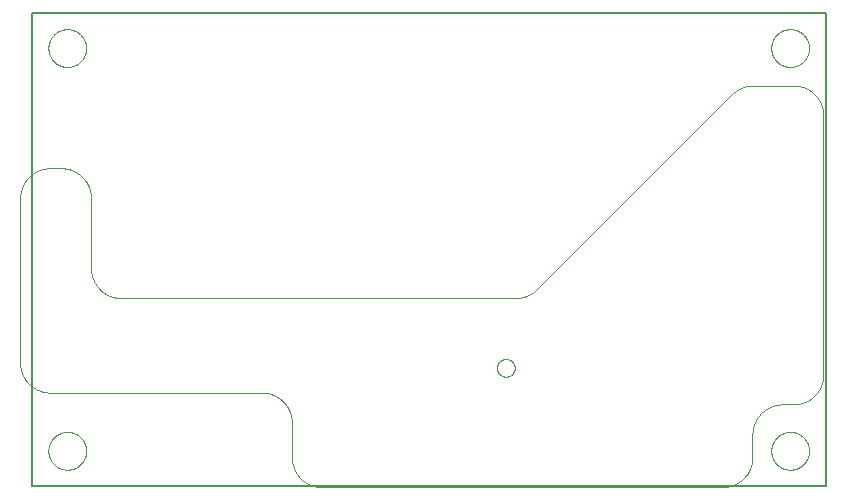
<source format=gbo>
G75*
%MOIN*%
%OFA0B0*%
%FSLAX25Y25*%
%IPPOS*%
%LPD*%
%AMOC8*
5,1,8,0,0,1.08239X$1,22.5*
%
%ADD10C,0.00000*%
%ADD11C,0.00500*%
D10*
X0010410Y0013087D02*
X0010412Y0013245D01*
X0010418Y0013403D01*
X0010428Y0013561D01*
X0010442Y0013719D01*
X0010460Y0013876D01*
X0010481Y0014033D01*
X0010507Y0014189D01*
X0010537Y0014345D01*
X0010570Y0014500D01*
X0010608Y0014653D01*
X0010649Y0014806D01*
X0010694Y0014958D01*
X0010743Y0015109D01*
X0010796Y0015258D01*
X0010852Y0015406D01*
X0010912Y0015552D01*
X0010976Y0015697D01*
X0011044Y0015840D01*
X0011115Y0015982D01*
X0011189Y0016122D01*
X0011267Y0016259D01*
X0011349Y0016395D01*
X0011433Y0016529D01*
X0011522Y0016660D01*
X0011613Y0016789D01*
X0011708Y0016916D01*
X0011805Y0017041D01*
X0011906Y0017163D01*
X0012010Y0017282D01*
X0012117Y0017399D01*
X0012227Y0017513D01*
X0012340Y0017624D01*
X0012455Y0017733D01*
X0012573Y0017838D01*
X0012694Y0017940D01*
X0012817Y0018040D01*
X0012943Y0018136D01*
X0013071Y0018229D01*
X0013201Y0018319D01*
X0013334Y0018405D01*
X0013469Y0018489D01*
X0013605Y0018568D01*
X0013744Y0018645D01*
X0013885Y0018717D01*
X0014027Y0018787D01*
X0014171Y0018852D01*
X0014317Y0018914D01*
X0014464Y0018972D01*
X0014613Y0019027D01*
X0014763Y0019078D01*
X0014914Y0019125D01*
X0015066Y0019168D01*
X0015219Y0019207D01*
X0015374Y0019243D01*
X0015529Y0019274D01*
X0015685Y0019302D01*
X0015841Y0019326D01*
X0015998Y0019346D01*
X0016156Y0019362D01*
X0016313Y0019374D01*
X0016472Y0019382D01*
X0016630Y0019386D01*
X0016788Y0019386D01*
X0016946Y0019382D01*
X0017105Y0019374D01*
X0017262Y0019362D01*
X0017420Y0019346D01*
X0017577Y0019326D01*
X0017733Y0019302D01*
X0017889Y0019274D01*
X0018044Y0019243D01*
X0018199Y0019207D01*
X0018352Y0019168D01*
X0018504Y0019125D01*
X0018655Y0019078D01*
X0018805Y0019027D01*
X0018954Y0018972D01*
X0019101Y0018914D01*
X0019247Y0018852D01*
X0019391Y0018787D01*
X0019533Y0018717D01*
X0019674Y0018645D01*
X0019813Y0018568D01*
X0019949Y0018489D01*
X0020084Y0018405D01*
X0020217Y0018319D01*
X0020347Y0018229D01*
X0020475Y0018136D01*
X0020601Y0018040D01*
X0020724Y0017940D01*
X0020845Y0017838D01*
X0020963Y0017733D01*
X0021078Y0017624D01*
X0021191Y0017513D01*
X0021301Y0017399D01*
X0021408Y0017282D01*
X0021512Y0017163D01*
X0021613Y0017041D01*
X0021710Y0016916D01*
X0021805Y0016789D01*
X0021896Y0016660D01*
X0021985Y0016529D01*
X0022069Y0016395D01*
X0022151Y0016259D01*
X0022229Y0016122D01*
X0022303Y0015982D01*
X0022374Y0015840D01*
X0022442Y0015697D01*
X0022506Y0015552D01*
X0022566Y0015406D01*
X0022622Y0015258D01*
X0022675Y0015109D01*
X0022724Y0014958D01*
X0022769Y0014806D01*
X0022810Y0014653D01*
X0022848Y0014500D01*
X0022881Y0014345D01*
X0022911Y0014189D01*
X0022937Y0014033D01*
X0022958Y0013876D01*
X0022976Y0013719D01*
X0022990Y0013561D01*
X0023000Y0013403D01*
X0023006Y0013245D01*
X0023008Y0013087D01*
X0023006Y0012929D01*
X0023000Y0012771D01*
X0022990Y0012613D01*
X0022976Y0012455D01*
X0022958Y0012298D01*
X0022937Y0012141D01*
X0022911Y0011985D01*
X0022881Y0011829D01*
X0022848Y0011674D01*
X0022810Y0011521D01*
X0022769Y0011368D01*
X0022724Y0011216D01*
X0022675Y0011065D01*
X0022622Y0010916D01*
X0022566Y0010768D01*
X0022506Y0010622D01*
X0022442Y0010477D01*
X0022374Y0010334D01*
X0022303Y0010192D01*
X0022229Y0010052D01*
X0022151Y0009915D01*
X0022069Y0009779D01*
X0021985Y0009645D01*
X0021896Y0009514D01*
X0021805Y0009385D01*
X0021710Y0009258D01*
X0021613Y0009133D01*
X0021512Y0009011D01*
X0021408Y0008892D01*
X0021301Y0008775D01*
X0021191Y0008661D01*
X0021078Y0008550D01*
X0020963Y0008441D01*
X0020845Y0008336D01*
X0020724Y0008234D01*
X0020601Y0008134D01*
X0020475Y0008038D01*
X0020347Y0007945D01*
X0020217Y0007855D01*
X0020084Y0007769D01*
X0019949Y0007685D01*
X0019813Y0007606D01*
X0019674Y0007529D01*
X0019533Y0007457D01*
X0019391Y0007387D01*
X0019247Y0007322D01*
X0019101Y0007260D01*
X0018954Y0007202D01*
X0018805Y0007147D01*
X0018655Y0007096D01*
X0018504Y0007049D01*
X0018352Y0007006D01*
X0018199Y0006967D01*
X0018044Y0006931D01*
X0017889Y0006900D01*
X0017733Y0006872D01*
X0017577Y0006848D01*
X0017420Y0006828D01*
X0017262Y0006812D01*
X0017105Y0006800D01*
X0016946Y0006792D01*
X0016788Y0006788D01*
X0016630Y0006788D01*
X0016472Y0006792D01*
X0016313Y0006800D01*
X0016156Y0006812D01*
X0015998Y0006828D01*
X0015841Y0006848D01*
X0015685Y0006872D01*
X0015529Y0006900D01*
X0015374Y0006931D01*
X0015219Y0006967D01*
X0015066Y0007006D01*
X0014914Y0007049D01*
X0014763Y0007096D01*
X0014613Y0007147D01*
X0014464Y0007202D01*
X0014317Y0007260D01*
X0014171Y0007322D01*
X0014027Y0007387D01*
X0013885Y0007457D01*
X0013744Y0007529D01*
X0013605Y0007606D01*
X0013469Y0007685D01*
X0013334Y0007769D01*
X0013201Y0007855D01*
X0013071Y0007945D01*
X0012943Y0008038D01*
X0012817Y0008134D01*
X0012694Y0008234D01*
X0012573Y0008336D01*
X0012455Y0008441D01*
X0012340Y0008550D01*
X0012227Y0008661D01*
X0012117Y0008775D01*
X0012010Y0008892D01*
X0011906Y0009011D01*
X0011805Y0009133D01*
X0011708Y0009258D01*
X0011613Y0009385D01*
X0011522Y0009514D01*
X0011433Y0009645D01*
X0011349Y0009779D01*
X0011267Y0009915D01*
X0011189Y0010052D01*
X0011115Y0010192D01*
X0011044Y0010334D01*
X0010976Y0010477D01*
X0010912Y0010622D01*
X0010852Y0010768D01*
X0010796Y0010916D01*
X0010743Y0011065D01*
X0010694Y0011216D01*
X0010649Y0011368D01*
X0010608Y0011521D01*
X0010570Y0011674D01*
X0010537Y0011829D01*
X0010507Y0011985D01*
X0010481Y0012141D01*
X0010460Y0012298D01*
X0010442Y0012455D01*
X0010428Y0012613D01*
X0010418Y0012771D01*
X0010412Y0012929D01*
X0010410Y0013087D01*
X0011000Y0032496D02*
X0081551Y0032496D01*
X0081793Y0032493D01*
X0082034Y0032484D01*
X0082275Y0032470D01*
X0082516Y0032449D01*
X0082756Y0032423D01*
X0082996Y0032391D01*
X0083235Y0032353D01*
X0083472Y0032310D01*
X0083709Y0032260D01*
X0083944Y0032205D01*
X0084178Y0032145D01*
X0084410Y0032078D01*
X0084641Y0032007D01*
X0084870Y0031929D01*
X0085097Y0031846D01*
X0085322Y0031758D01*
X0085545Y0031664D01*
X0085765Y0031565D01*
X0085983Y0031460D01*
X0086198Y0031351D01*
X0086411Y0031236D01*
X0086621Y0031116D01*
X0086827Y0030991D01*
X0087031Y0030861D01*
X0087232Y0030726D01*
X0087429Y0030586D01*
X0087623Y0030442D01*
X0087813Y0030293D01*
X0087999Y0030139D01*
X0088182Y0029981D01*
X0088361Y0029819D01*
X0088536Y0029652D01*
X0088707Y0029481D01*
X0088874Y0029306D01*
X0089036Y0029127D01*
X0089194Y0028944D01*
X0089348Y0028758D01*
X0089497Y0028568D01*
X0089641Y0028374D01*
X0089781Y0028177D01*
X0089916Y0027976D01*
X0090046Y0027772D01*
X0090171Y0027566D01*
X0090291Y0027356D01*
X0090406Y0027143D01*
X0090515Y0026928D01*
X0090620Y0026710D01*
X0090719Y0026490D01*
X0090813Y0026267D01*
X0090901Y0026042D01*
X0090984Y0025815D01*
X0091062Y0025586D01*
X0091133Y0025355D01*
X0091200Y0025123D01*
X0091260Y0024889D01*
X0091315Y0024654D01*
X0091365Y0024417D01*
X0091408Y0024180D01*
X0091446Y0023941D01*
X0091478Y0023701D01*
X0091504Y0023461D01*
X0091525Y0023220D01*
X0091539Y0022979D01*
X0091548Y0022738D01*
X0091551Y0022496D01*
X0091551Y0011000D01*
X0091554Y0010758D01*
X0091563Y0010517D01*
X0091577Y0010276D01*
X0091598Y0010035D01*
X0091624Y0009795D01*
X0091656Y0009555D01*
X0091694Y0009316D01*
X0091737Y0009079D01*
X0091787Y0008842D01*
X0091842Y0008607D01*
X0091902Y0008373D01*
X0091969Y0008141D01*
X0092040Y0007910D01*
X0092118Y0007681D01*
X0092201Y0007454D01*
X0092289Y0007229D01*
X0092383Y0007006D01*
X0092482Y0006786D01*
X0092587Y0006568D01*
X0092696Y0006353D01*
X0092811Y0006140D01*
X0092931Y0005930D01*
X0093056Y0005724D01*
X0093186Y0005520D01*
X0093321Y0005319D01*
X0093461Y0005122D01*
X0093605Y0004928D01*
X0093754Y0004738D01*
X0093908Y0004552D01*
X0094066Y0004369D01*
X0094228Y0004190D01*
X0094395Y0004015D01*
X0094566Y0003844D01*
X0094741Y0003677D01*
X0094920Y0003515D01*
X0095103Y0003357D01*
X0095289Y0003203D01*
X0095479Y0003054D01*
X0095673Y0002910D01*
X0095870Y0002770D01*
X0096071Y0002635D01*
X0096275Y0002505D01*
X0096481Y0002380D01*
X0096691Y0002260D01*
X0096904Y0002145D01*
X0097119Y0002036D01*
X0097337Y0001931D01*
X0097557Y0001832D01*
X0097780Y0001738D01*
X0098005Y0001650D01*
X0098232Y0001567D01*
X0098461Y0001489D01*
X0098692Y0001418D01*
X0098924Y0001351D01*
X0099158Y0001291D01*
X0099393Y0001236D01*
X0099630Y0001186D01*
X0099867Y0001143D01*
X0100106Y0001105D01*
X0100346Y0001073D01*
X0100586Y0001047D01*
X0100827Y0001026D01*
X0101068Y0001012D01*
X0101309Y0001003D01*
X0101551Y0001000D01*
X0235094Y0001000D01*
X0235336Y0001003D01*
X0235577Y0001012D01*
X0235818Y0001026D01*
X0236059Y0001047D01*
X0236299Y0001073D01*
X0236539Y0001105D01*
X0236778Y0001143D01*
X0237015Y0001186D01*
X0237252Y0001236D01*
X0237487Y0001291D01*
X0237721Y0001351D01*
X0237953Y0001418D01*
X0238184Y0001489D01*
X0238413Y0001567D01*
X0238640Y0001650D01*
X0238865Y0001738D01*
X0239088Y0001832D01*
X0239308Y0001931D01*
X0239526Y0002036D01*
X0239741Y0002145D01*
X0239954Y0002260D01*
X0240164Y0002380D01*
X0240370Y0002505D01*
X0240574Y0002635D01*
X0240775Y0002770D01*
X0240972Y0002910D01*
X0241166Y0003054D01*
X0241356Y0003203D01*
X0241542Y0003357D01*
X0241725Y0003515D01*
X0241904Y0003677D01*
X0242079Y0003844D01*
X0242250Y0004015D01*
X0242417Y0004190D01*
X0242579Y0004369D01*
X0242737Y0004552D01*
X0242891Y0004738D01*
X0243040Y0004928D01*
X0243184Y0005122D01*
X0243324Y0005319D01*
X0243459Y0005520D01*
X0243589Y0005724D01*
X0243714Y0005930D01*
X0243834Y0006140D01*
X0243949Y0006353D01*
X0244058Y0006568D01*
X0244163Y0006786D01*
X0244262Y0007006D01*
X0244356Y0007229D01*
X0244444Y0007454D01*
X0244527Y0007681D01*
X0244605Y0007910D01*
X0244676Y0008141D01*
X0244743Y0008373D01*
X0244803Y0008607D01*
X0244858Y0008842D01*
X0244908Y0009079D01*
X0244951Y0009316D01*
X0244989Y0009555D01*
X0245021Y0009795D01*
X0245047Y0010035D01*
X0245068Y0010276D01*
X0245082Y0010517D01*
X0245091Y0010758D01*
X0245094Y0011000D01*
X0245094Y0018559D01*
X0245097Y0018801D01*
X0245106Y0019042D01*
X0245120Y0019283D01*
X0245141Y0019524D01*
X0245167Y0019764D01*
X0245199Y0020004D01*
X0245237Y0020243D01*
X0245280Y0020480D01*
X0245330Y0020717D01*
X0245385Y0020952D01*
X0245445Y0021186D01*
X0245512Y0021418D01*
X0245583Y0021649D01*
X0245661Y0021878D01*
X0245744Y0022105D01*
X0245832Y0022330D01*
X0245926Y0022553D01*
X0246025Y0022773D01*
X0246130Y0022991D01*
X0246239Y0023206D01*
X0246354Y0023419D01*
X0246474Y0023629D01*
X0246599Y0023835D01*
X0246729Y0024039D01*
X0246864Y0024240D01*
X0247004Y0024437D01*
X0247148Y0024631D01*
X0247297Y0024821D01*
X0247451Y0025007D01*
X0247609Y0025190D01*
X0247771Y0025369D01*
X0247938Y0025544D01*
X0248109Y0025715D01*
X0248284Y0025882D01*
X0248463Y0026044D01*
X0248646Y0026202D01*
X0248832Y0026356D01*
X0249022Y0026505D01*
X0249216Y0026649D01*
X0249413Y0026789D01*
X0249614Y0026924D01*
X0249818Y0027054D01*
X0250024Y0027179D01*
X0250234Y0027299D01*
X0250447Y0027414D01*
X0250662Y0027523D01*
X0250880Y0027628D01*
X0251100Y0027727D01*
X0251323Y0027821D01*
X0251548Y0027909D01*
X0251775Y0027992D01*
X0252004Y0028070D01*
X0252235Y0028141D01*
X0252467Y0028208D01*
X0252701Y0028268D01*
X0252936Y0028323D01*
X0253173Y0028373D01*
X0253410Y0028416D01*
X0253649Y0028454D01*
X0253889Y0028486D01*
X0254129Y0028512D01*
X0254370Y0028533D01*
X0254611Y0028547D01*
X0254852Y0028556D01*
X0255094Y0028559D01*
X0258717Y0028559D01*
X0258959Y0028562D01*
X0259200Y0028571D01*
X0259441Y0028585D01*
X0259682Y0028606D01*
X0259922Y0028632D01*
X0260162Y0028664D01*
X0260401Y0028702D01*
X0260638Y0028745D01*
X0260875Y0028795D01*
X0261110Y0028850D01*
X0261344Y0028910D01*
X0261576Y0028977D01*
X0261807Y0029048D01*
X0262036Y0029126D01*
X0262263Y0029209D01*
X0262488Y0029297D01*
X0262711Y0029391D01*
X0262931Y0029490D01*
X0263149Y0029595D01*
X0263364Y0029704D01*
X0263577Y0029819D01*
X0263787Y0029939D01*
X0263993Y0030064D01*
X0264197Y0030194D01*
X0264398Y0030329D01*
X0264595Y0030469D01*
X0264789Y0030613D01*
X0264979Y0030762D01*
X0265165Y0030916D01*
X0265348Y0031074D01*
X0265527Y0031236D01*
X0265702Y0031403D01*
X0265873Y0031574D01*
X0266040Y0031749D01*
X0266202Y0031928D01*
X0266360Y0032111D01*
X0266514Y0032297D01*
X0266663Y0032487D01*
X0266807Y0032681D01*
X0266947Y0032878D01*
X0267082Y0033079D01*
X0267212Y0033283D01*
X0267337Y0033489D01*
X0267457Y0033699D01*
X0267572Y0033912D01*
X0267681Y0034127D01*
X0267786Y0034345D01*
X0267885Y0034565D01*
X0267979Y0034788D01*
X0268067Y0035013D01*
X0268150Y0035240D01*
X0268228Y0035469D01*
X0268299Y0035700D01*
X0268366Y0035932D01*
X0268426Y0036166D01*
X0268481Y0036401D01*
X0268531Y0036638D01*
X0268574Y0036875D01*
X0268612Y0037114D01*
X0268644Y0037354D01*
X0268670Y0037594D01*
X0268691Y0037835D01*
X0268705Y0038076D01*
X0268714Y0038317D01*
X0268717Y0038559D01*
X0268717Y0124858D01*
X0268714Y0125100D01*
X0268705Y0125341D01*
X0268691Y0125582D01*
X0268670Y0125823D01*
X0268644Y0126063D01*
X0268612Y0126303D01*
X0268574Y0126542D01*
X0268531Y0126779D01*
X0268481Y0127016D01*
X0268426Y0127251D01*
X0268366Y0127485D01*
X0268299Y0127717D01*
X0268228Y0127948D01*
X0268150Y0128177D01*
X0268067Y0128404D01*
X0267979Y0128629D01*
X0267885Y0128852D01*
X0267786Y0129072D01*
X0267681Y0129290D01*
X0267572Y0129505D01*
X0267457Y0129718D01*
X0267337Y0129928D01*
X0267212Y0130134D01*
X0267082Y0130338D01*
X0266947Y0130539D01*
X0266807Y0130736D01*
X0266663Y0130930D01*
X0266514Y0131120D01*
X0266360Y0131306D01*
X0266202Y0131489D01*
X0266040Y0131668D01*
X0265873Y0131843D01*
X0265702Y0132014D01*
X0265527Y0132181D01*
X0265348Y0132343D01*
X0265165Y0132501D01*
X0264979Y0132655D01*
X0264789Y0132804D01*
X0264595Y0132948D01*
X0264398Y0133088D01*
X0264197Y0133223D01*
X0263993Y0133353D01*
X0263787Y0133478D01*
X0263577Y0133598D01*
X0263364Y0133713D01*
X0263149Y0133822D01*
X0262931Y0133927D01*
X0262711Y0134026D01*
X0262488Y0134120D01*
X0262263Y0134208D01*
X0262036Y0134291D01*
X0261807Y0134369D01*
X0261576Y0134440D01*
X0261344Y0134507D01*
X0261110Y0134567D01*
X0260875Y0134622D01*
X0260638Y0134672D01*
X0260401Y0134715D01*
X0260162Y0134753D01*
X0259922Y0134785D01*
X0259682Y0134811D01*
X0259441Y0134832D01*
X0259200Y0134846D01*
X0258959Y0134855D01*
X0258717Y0134858D01*
X0245300Y0134858D01*
X0238229Y0131929D02*
X0173220Y0066921D01*
X0166149Y0063992D02*
X0034622Y0063992D01*
X0034380Y0063995D01*
X0034139Y0064004D01*
X0033898Y0064018D01*
X0033657Y0064039D01*
X0033417Y0064065D01*
X0033177Y0064097D01*
X0032938Y0064135D01*
X0032701Y0064178D01*
X0032464Y0064228D01*
X0032229Y0064283D01*
X0031995Y0064343D01*
X0031763Y0064410D01*
X0031532Y0064481D01*
X0031303Y0064559D01*
X0031076Y0064642D01*
X0030851Y0064730D01*
X0030628Y0064824D01*
X0030408Y0064923D01*
X0030190Y0065028D01*
X0029975Y0065137D01*
X0029762Y0065252D01*
X0029552Y0065372D01*
X0029346Y0065497D01*
X0029142Y0065627D01*
X0028941Y0065762D01*
X0028744Y0065902D01*
X0028550Y0066046D01*
X0028360Y0066195D01*
X0028174Y0066349D01*
X0027991Y0066507D01*
X0027812Y0066669D01*
X0027637Y0066836D01*
X0027466Y0067007D01*
X0027299Y0067182D01*
X0027137Y0067361D01*
X0026979Y0067544D01*
X0026825Y0067730D01*
X0026676Y0067920D01*
X0026532Y0068114D01*
X0026392Y0068311D01*
X0026257Y0068512D01*
X0026127Y0068716D01*
X0026002Y0068922D01*
X0025882Y0069132D01*
X0025767Y0069345D01*
X0025658Y0069560D01*
X0025553Y0069778D01*
X0025454Y0069998D01*
X0025360Y0070221D01*
X0025272Y0070446D01*
X0025189Y0070673D01*
X0025111Y0070902D01*
X0025040Y0071133D01*
X0024973Y0071365D01*
X0024913Y0071599D01*
X0024858Y0071834D01*
X0024808Y0072071D01*
X0024765Y0072308D01*
X0024727Y0072547D01*
X0024695Y0072787D01*
X0024669Y0073027D01*
X0024648Y0073268D01*
X0024634Y0073509D01*
X0024625Y0073750D01*
X0024622Y0073992D01*
X0024622Y0097299D01*
X0024619Y0097541D01*
X0024610Y0097782D01*
X0024596Y0098023D01*
X0024575Y0098264D01*
X0024549Y0098504D01*
X0024517Y0098744D01*
X0024479Y0098983D01*
X0024436Y0099220D01*
X0024386Y0099457D01*
X0024331Y0099692D01*
X0024271Y0099926D01*
X0024204Y0100158D01*
X0024133Y0100389D01*
X0024055Y0100618D01*
X0023972Y0100845D01*
X0023884Y0101070D01*
X0023790Y0101293D01*
X0023691Y0101513D01*
X0023586Y0101731D01*
X0023477Y0101946D01*
X0023362Y0102159D01*
X0023242Y0102369D01*
X0023117Y0102575D01*
X0022987Y0102779D01*
X0022852Y0102980D01*
X0022712Y0103177D01*
X0022568Y0103371D01*
X0022419Y0103561D01*
X0022265Y0103747D01*
X0022107Y0103930D01*
X0021945Y0104109D01*
X0021778Y0104284D01*
X0021607Y0104455D01*
X0021432Y0104622D01*
X0021253Y0104784D01*
X0021070Y0104942D01*
X0020884Y0105096D01*
X0020694Y0105245D01*
X0020500Y0105389D01*
X0020303Y0105529D01*
X0020102Y0105664D01*
X0019898Y0105794D01*
X0019692Y0105919D01*
X0019482Y0106039D01*
X0019269Y0106154D01*
X0019054Y0106263D01*
X0018836Y0106368D01*
X0018616Y0106467D01*
X0018393Y0106561D01*
X0018168Y0106649D01*
X0017941Y0106732D01*
X0017712Y0106810D01*
X0017481Y0106881D01*
X0017249Y0106948D01*
X0017015Y0107008D01*
X0016780Y0107063D01*
X0016543Y0107113D01*
X0016306Y0107156D01*
X0016067Y0107194D01*
X0015827Y0107226D01*
X0015587Y0107252D01*
X0015346Y0107273D01*
X0015105Y0107287D01*
X0014864Y0107296D01*
X0014622Y0107299D01*
X0011000Y0107299D01*
X0010758Y0107296D01*
X0010517Y0107287D01*
X0010276Y0107273D01*
X0010035Y0107252D01*
X0009795Y0107226D01*
X0009555Y0107194D01*
X0009316Y0107156D01*
X0009079Y0107113D01*
X0008842Y0107063D01*
X0008607Y0107008D01*
X0008373Y0106948D01*
X0008141Y0106881D01*
X0007910Y0106810D01*
X0007681Y0106732D01*
X0007454Y0106649D01*
X0007229Y0106561D01*
X0007006Y0106467D01*
X0006786Y0106368D01*
X0006568Y0106263D01*
X0006353Y0106154D01*
X0006140Y0106039D01*
X0005930Y0105919D01*
X0005724Y0105794D01*
X0005520Y0105664D01*
X0005319Y0105529D01*
X0005122Y0105389D01*
X0004928Y0105245D01*
X0004738Y0105096D01*
X0004552Y0104942D01*
X0004369Y0104784D01*
X0004190Y0104622D01*
X0004015Y0104455D01*
X0003844Y0104284D01*
X0003677Y0104109D01*
X0003515Y0103930D01*
X0003357Y0103747D01*
X0003203Y0103561D01*
X0003054Y0103371D01*
X0002910Y0103177D01*
X0002770Y0102980D01*
X0002635Y0102779D01*
X0002505Y0102575D01*
X0002380Y0102369D01*
X0002260Y0102159D01*
X0002145Y0101946D01*
X0002036Y0101731D01*
X0001931Y0101513D01*
X0001832Y0101293D01*
X0001738Y0101070D01*
X0001650Y0100845D01*
X0001567Y0100618D01*
X0001489Y0100389D01*
X0001418Y0100158D01*
X0001351Y0099926D01*
X0001291Y0099692D01*
X0001236Y0099457D01*
X0001186Y0099220D01*
X0001143Y0098983D01*
X0001105Y0098744D01*
X0001073Y0098504D01*
X0001047Y0098264D01*
X0001026Y0098023D01*
X0001012Y0097782D01*
X0001003Y0097541D01*
X0001000Y0097299D01*
X0001000Y0042496D01*
X0001003Y0042254D01*
X0001012Y0042013D01*
X0001026Y0041772D01*
X0001047Y0041531D01*
X0001073Y0041291D01*
X0001105Y0041051D01*
X0001143Y0040812D01*
X0001186Y0040575D01*
X0001236Y0040338D01*
X0001291Y0040103D01*
X0001351Y0039869D01*
X0001418Y0039637D01*
X0001489Y0039406D01*
X0001567Y0039177D01*
X0001650Y0038950D01*
X0001738Y0038725D01*
X0001832Y0038502D01*
X0001931Y0038282D01*
X0002036Y0038064D01*
X0002145Y0037849D01*
X0002260Y0037636D01*
X0002380Y0037426D01*
X0002505Y0037220D01*
X0002635Y0037016D01*
X0002770Y0036815D01*
X0002910Y0036618D01*
X0003054Y0036424D01*
X0003203Y0036234D01*
X0003357Y0036048D01*
X0003515Y0035865D01*
X0003677Y0035686D01*
X0003844Y0035511D01*
X0004015Y0035340D01*
X0004190Y0035173D01*
X0004369Y0035011D01*
X0004552Y0034853D01*
X0004738Y0034699D01*
X0004928Y0034550D01*
X0005122Y0034406D01*
X0005319Y0034266D01*
X0005520Y0034131D01*
X0005724Y0034001D01*
X0005930Y0033876D01*
X0006140Y0033756D01*
X0006353Y0033641D01*
X0006568Y0033532D01*
X0006786Y0033427D01*
X0007006Y0033328D01*
X0007229Y0033234D01*
X0007454Y0033146D01*
X0007681Y0033063D01*
X0007910Y0032985D01*
X0008141Y0032914D01*
X0008373Y0032847D01*
X0008607Y0032787D01*
X0008842Y0032732D01*
X0009079Y0032682D01*
X0009316Y0032639D01*
X0009555Y0032601D01*
X0009795Y0032569D01*
X0010035Y0032543D01*
X0010276Y0032522D01*
X0010517Y0032508D01*
X0010758Y0032499D01*
X0011000Y0032496D01*
X0159937Y0040744D02*
X0159939Y0040852D01*
X0159945Y0040961D01*
X0159955Y0041069D01*
X0159969Y0041176D01*
X0159987Y0041283D01*
X0160008Y0041390D01*
X0160034Y0041495D01*
X0160064Y0041600D01*
X0160097Y0041703D01*
X0160134Y0041805D01*
X0160175Y0041905D01*
X0160219Y0042004D01*
X0160268Y0042102D01*
X0160319Y0042197D01*
X0160374Y0042290D01*
X0160433Y0042382D01*
X0160495Y0042471D01*
X0160560Y0042558D01*
X0160628Y0042642D01*
X0160699Y0042724D01*
X0160773Y0042803D01*
X0160850Y0042879D01*
X0160930Y0042953D01*
X0161013Y0043023D01*
X0161098Y0043091D01*
X0161185Y0043155D01*
X0161275Y0043216D01*
X0161367Y0043274D01*
X0161461Y0043328D01*
X0161557Y0043379D01*
X0161654Y0043426D01*
X0161754Y0043470D01*
X0161855Y0043510D01*
X0161957Y0043546D01*
X0162060Y0043578D01*
X0162165Y0043607D01*
X0162271Y0043631D01*
X0162377Y0043652D01*
X0162484Y0043669D01*
X0162592Y0043682D01*
X0162700Y0043691D01*
X0162809Y0043696D01*
X0162917Y0043697D01*
X0163026Y0043694D01*
X0163134Y0043687D01*
X0163242Y0043676D01*
X0163349Y0043661D01*
X0163456Y0043642D01*
X0163562Y0043619D01*
X0163667Y0043593D01*
X0163772Y0043562D01*
X0163874Y0043528D01*
X0163976Y0043490D01*
X0164076Y0043448D01*
X0164175Y0043403D01*
X0164272Y0043354D01*
X0164366Y0043301D01*
X0164459Y0043245D01*
X0164550Y0043186D01*
X0164639Y0043123D01*
X0164725Y0043058D01*
X0164809Y0042989D01*
X0164890Y0042917D01*
X0164968Y0042842D01*
X0165044Y0042764D01*
X0165117Y0042683D01*
X0165187Y0042600D01*
X0165253Y0042515D01*
X0165317Y0042427D01*
X0165377Y0042336D01*
X0165434Y0042244D01*
X0165487Y0042149D01*
X0165537Y0042053D01*
X0165583Y0041955D01*
X0165626Y0041855D01*
X0165665Y0041754D01*
X0165700Y0041651D01*
X0165732Y0041548D01*
X0165759Y0041443D01*
X0165783Y0041337D01*
X0165803Y0041230D01*
X0165819Y0041123D01*
X0165831Y0041015D01*
X0165839Y0040907D01*
X0165843Y0040798D01*
X0165843Y0040690D01*
X0165839Y0040581D01*
X0165831Y0040473D01*
X0165819Y0040365D01*
X0165803Y0040258D01*
X0165783Y0040151D01*
X0165759Y0040045D01*
X0165732Y0039940D01*
X0165700Y0039837D01*
X0165665Y0039734D01*
X0165626Y0039633D01*
X0165583Y0039533D01*
X0165537Y0039435D01*
X0165487Y0039339D01*
X0165434Y0039244D01*
X0165377Y0039152D01*
X0165317Y0039061D01*
X0165253Y0038973D01*
X0165187Y0038888D01*
X0165117Y0038805D01*
X0165044Y0038724D01*
X0164968Y0038646D01*
X0164890Y0038571D01*
X0164809Y0038499D01*
X0164725Y0038430D01*
X0164639Y0038365D01*
X0164550Y0038302D01*
X0164459Y0038243D01*
X0164367Y0038187D01*
X0164272Y0038134D01*
X0164175Y0038085D01*
X0164076Y0038040D01*
X0163976Y0037998D01*
X0163874Y0037960D01*
X0163772Y0037926D01*
X0163667Y0037895D01*
X0163562Y0037869D01*
X0163456Y0037846D01*
X0163349Y0037827D01*
X0163242Y0037812D01*
X0163134Y0037801D01*
X0163026Y0037794D01*
X0162917Y0037791D01*
X0162809Y0037792D01*
X0162700Y0037797D01*
X0162592Y0037806D01*
X0162484Y0037819D01*
X0162377Y0037836D01*
X0162271Y0037857D01*
X0162165Y0037881D01*
X0162060Y0037910D01*
X0161957Y0037942D01*
X0161855Y0037978D01*
X0161754Y0038018D01*
X0161654Y0038062D01*
X0161557Y0038109D01*
X0161461Y0038160D01*
X0161367Y0038214D01*
X0161275Y0038272D01*
X0161185Y0038333D01*
X0161098Y0038397D01*
X0161013Y0038465D01*
X0160930Y0038535D01*
X0160850Y0038609D01*
X0160773Y0038685D01*
X0160699Y0038764D01*
X0160628Y0038846D01*
X0160560Y0038930D01*
X0160495Y0039017D01*
X0160433Y0039106D01*
X0160374Y0039198D01*
X0160319Y0039291D01*
X0160268Y0039386D01*
X0160219Y0039484D01*
X0160175Y0039583D01*
X0160134Y0039683D01*
X0160097Y0039785D01*
X0160064Y0039888D01*
X0160034Y0039993D01*
X0160008Y0040098D01*
X0159987Y0040205D01*
X0159969Y0040312D01*
X0159955Y0040419D01*
X0159945Y0040527D01*
X0159939Y0040636D01*
X0159937Y0040744D01*
X0166149Y0063992D02*
X0166387Y0063995D01*
X0166625Y0064003D01*
X0166862Y0064017D01*
X0167100Y0064037D01*
X0167336Y0064063D01*
X0167572Y0064094D01*
X0167807Y0064130D01*
X0168042Y0064173D01*
X0168275Y0064221D01*
X0168507Y0064274D01*
X0168737Y0064333D01*
X0168966Y0064397D01*
X0169194Y0064467D01*
X0169420Y0064542D01*
X0169644Y0064623D01*
X0169866Y0064708D01*
X0170086Y0064799D01*
X0170303Y0064896D01*
X0170518Y0064997D01*
X0170731Y0065104D01*
X0170941Y0065215D01*
X0171149Y0065332D01*
X0171354Y0065453D01*
X0171555Y0065579D01*
X0171754Y0065711D01*
X0171950Y0065846D01*
X0172142Y0065987D01*
X0172331Y0066131D01*
X0172516Y0066281D01*
X0172698Y0066435D01*
X0172876Y0066592D01*
X0173050Y0066755D01*
X0173220Y0066921D01*
X0251355Y0013087D02*
X0251357Y0013245D01*
X0251363Y0013403D01*
X0251373Y0013561D01*
X0251387Y0013719D01*
X0251405Y0013876D01*
X0251426Y0014033D01*
X0251452Y0014189D01*
X0251482Y0014345D01*
X0251515Y0014500D01*
X0251553Y0014653D01*
X0251594Y0014806D01*
X0251639Y0014958D01*
X0251688Y0015109D01*
X0251741Y0015258D01*
X0251797Y0015406D01*
X0251857Y0015552D01*
X0251921Y0015697D01*
X0251989Y0015840D01*
X0252060Y0015982D01*
X0252134Y0016122D01*
X0252212Y0016259D01*
X0252294Y0016395D01*
X0252378Y0016529D01*
X0252467Y0016660D01*
X0252558Y0016789D01*
X0252653Y0016916D01*
X0252750Y0017041D01*
X0252851Y0017163D01*
X0252955Y0017282D01*
X0253062Y0017399D01*
X0253172Y0017513D01*
X0253285Y0017624D01*
X0253400Y0017733D01*
X0253518Y0017838D01*
X0253639Y0017940D01*
X0253762Y0018040D01*
X0253888Y0018136D01*
X0254016Y0018229D01*
X0254146Y0018319D01*
X0254279Y0018405D01*
X0254414Y0018489D01*
X0254550Y0018568D01*
X0254689Y0018645D01*
X0254830Y0018717D01*
X0254972Y0018787D01*
X0255116Y0018852D01*
X0255262Y0018914D01*
X0255409Y0018972D01*
X0255558Y0019027D01*
X0255708Y0019078D01*
X0255859Y0019125D01*
X0256011Y0019168D01*
X0256164Y0019207D01*
X0256319Y0019243D01*
X0256474Y0019274D01*
X0256630Y0019302D01*
X0256786Y0019326D01*
X0256943Y0019346D01*
X0257101Y0019362D01*
X0257258Y0019374D01*
X0257417Y0019382D01*
X0257575Y0019386D01*
X0257733Y0019386D01*
X0257891Y0019382D01*
X0258050Y0019374D01*
X0258207Y0019362D01*
X0258365Y0019346D01*
X0258522Y0019326D01*
X0258678Y0019302D01*
X0258834Y0019274D01*
X0258989Y0019243D01*
X0259144Y0019207D01*
X0259297Y0019168D01*
X0259449Y0019125D01*
X0259600Y0019078D01*
X0259750Y0019027D01*
X0259899Y0018972D01*
X0260046Y0018914D01*
X0260192Y0018852D01*
X0260336Y0018787D01*
X0260478Y0018717D01*
X0260619Y0018645D01*
X0260758Y0018568D01*
X0260894Y0018489D01*
X0261029Y0018405D01*
X0261162Y0018319D01*
X0261292Y0018229D01*
X0261420Y0018136D01*
X0261546Y0018040D01*
X0261669Y0017940D01*
X0261790Y0017838D01*
X0261908Y0017733D01*
X0262023Y0017624D01*
X0262136Y0017513D01*
X0262246Y0017399D01*
X0262353Y0017282D01*
X0262457Y0017163D01*
X0262558Y0017041D01*
X0262655Y0016916D01*
X0262750Y0016789D01*
X0262841Y0016660D01*
X0262930Y0016529D01*
X0263014Y0016395D01*
X0263096Y0016259D01*
X0263174Y0016122D01*
X0263248Y0015982D01*
X0263319Y0015840D01*
X0263387Y0015697D01*
X0263451Y0015552D01*
X0263511Y0015406D01*
X0263567Y0015258D01*
X0263620Y0015109D01*
X0263669Y0014958D01*
X0263714Y0014806D01*
X0263755Y0014653D01*
X0263793Y0014500D01*
X0263826Y0014345D01*
X0263856Y0014189D01*
X0263882Y0014033D01*
X0263903Y0013876D01*
X0263921Y0013719D01*
X0263935Y0013561D01*
X0263945Y0013403D01*
X0263951Y0013245D01*
X0263953Y0013087D01*
X0263951Y0012929D01*
X0263945Y0012771D01*
X0263935Y0012613D01*
X0263921Y0012455D01*
X0263903Y0012298D01*
X0263882Y0012141D01*
X0263856Y0011985D01*
X0263826Y0011829D01*
X0263793Y0011674D01*
X0263755Y0011521D01*
X0263714Y0011368D01*
X0263669Y0011216D01*
X0263620Y0011065D01*
X0263567Y0010916D01*
X0263511Y0010768D01*
X0263451Y0010622D01*
X0263387Y0010477D01*
X0263319Y0010334D01*
X0263248Y0010192D01*
X0263174Y0010052D01*
X0263096Y0009915D01*
X0263014Y0009779D01*
X0262930Y0009645D01*
X0262841Y0009514D01*
X0262750Y0009385D01*
X0262655Y0009258D01*
X0262558Y0009133D01*
X0262457Y0009011D01*
X0262353Y0008892D01*
X0262246Y0008775D01*
X0262136Y0008661D01*
X0262023Y0008550D01*
X0261908Y0008441D01*
X0261790Y0008336D01*
X0261669Y0008234D01*
X0261546Y0008134D01*
X0261420Y0008038D01*
X0261292Y0007945D01*
X0261162Y0007855D01*
X0261029Y0007769D01*
X0260894Y0007685D01*
X0260758Y0007606D01*
X0260619Y0007529D01*
X0260478Y0007457D01*
X0260336Y0007387D01*
X0260192Y0007322D01*
X0260046Y0007260D01*
X0259899Y0007202D01*
X0259750Y0007147D01*
X0259600Y0007096D01*
X0259449Y0007049D01*
X0259297Y0007006D01*
X0259144Y0006967D01*
X0258989Y0006931D01*
X0258834Y0006900D01*
X0258678Y0006872D01*
X0258522Y0006848D01*
X0258365Y0006828D01*
X0258207Y0006812D01*
X0258050Y0006800D01*
X0257891Y0006792D01*
X0257733Y0006788D01*
X0257575Y0006788D01*
X0257417Y0006792D01*
X0257258Y0006800D01*
X0257101Y0006812D01*
X0256943Y0006828D01*
X0256786Y0006848D01*
X0256630Y0006872D01*
X0256474Y0006900D01*
X0256319Y0006931D01*
X0256164Y0006967D01*
X0256011Y0007006D01*
X0255859Y0007049D01*
X0255708Y0007096D01*
X0255558Y0007147D01*
X0255409Y0007202D01*
X0255262Y0007260D01*
X0255116Y0007322D01*
X0254972Y0007387D01*
X0254830Y0007457D01*
X0254689Y0007529D01*
X0254550Y0007606D01*
X0254414Y0007685D01*
X0254279Y0007769D01*
X0254146Y0007855D01*
X0254016Y0007945D01*
X0253888Y0008038D01*
X0253762Y0008134D01*
X0253639Y0008234D01*
X0253518Y0008336D01*
X0253400Y0008441D01*
X0253285Y0008550D01*
X0253172Y0008661D01*
X0253062Y0008775D01*
X0252955Y0008892D01*
X0252851Y0009011D01*
X0252750Y0009133D01*
X0252653Y0009258D01*
X0252558Y0009385D01*
X0252467Y0009514D01*
X0252378Y0009645D01*
X0252294Y0009779D01*
X0252212Y0009915D01*
X0252134Y0010052D01*
X0252060Y0010192D01*
X0251989Y0010334D01*
X0251921Y0010477D01*
X0251857Y0010622D01*
X0251797Y0010768D01*
X0251741Y0010916D01*
X0251688Y0011065D01*
X0251639Y0011216D01*
X0251594Y0011368D01*
X0251553Y0011521D01*
X0251515Y0011674D01*
X0251482Y0011829D01*
X0251452Y0011985D01*
X0251426Y0012141D01*
X0251405Y0012298D01*
X0251387Y0012455D01*
X0251373Y0012613D01*
X0251363Y0012771D01*
X0251357Y0012929D01*
X0251355Y0013087D01*
X0238229Y0131929D02*
X0238399Y0132095D01*
X0238573Y0132258D01*
X0238751Y0132415D01*
X0238933Y0132569D01*
X0239118Y0132719D01*
X0239307Y0132863D01*
X0239499Y0133004D01*
X0239695Y0133139D01*
X0239894Y0133271D01*
X0240095Y0133397D01*
X0240300Y0133518D01*
X0240508Y0133635D01*
X0240718Y0133746D01*
X0240931Y0133853D01*
X0241146Y0133954D01*
X0241363Y0134051D01*
X0241583Y0134142D01*
X0241805Y0134227D01*
X0242029Y0134308D01*
X0242255Y0134383D01*
X0242483Y0134453D01*
X0242712Y0134517D01*
X0242942Y0134576D01*
X0243174Y0134629D01*
X0243407Y0134677D01*
X0243642Y0134720D01*
X0243877Y0134756D01*
X0244113Y0134787D01*
X0244349Y0134813D01*
X0244587Y0134833D01*
X0244824Y0134847D01*
X0245062Y0134855D01*
X0245300Y0134858D01*
X0251355Y0147339D02*
X0251357Y0147497D01*
X0251363Y0147655D01*
X0251373Y0147813D01*
X0251387Y0147971D01*
X0251405Y0148128D01*
X0251426Y0148285D01*
X0251452Y0148441D01*
X0251482Y0148597D01*
X0251515Y0148752D01*
X0251553Y0148905D01*
X0251594Y0149058D01*
X0251639Y0149210D01*
X0251688Y0149361D01*
X0251741Y0149510D01*
X0251797Y0149658D01*
X0251857Y0149804D01*
X0251921Y0149949D01*
X0251989Y0150092D01*
X0252060Y0150234D01*
X0252134Y0150374D01*
X0252212Y0150511D01*
X0252294Y0150647D01*
X0252378Y0150781D01*
X0252467Y0150912D01*
X0252558Y0151041D01*
X0252653Y0151168D01*
X0252750Y0151293D01*
X0252851Y0151415D01*
X0252955Y0151534D01*
X0253062Y0151651D01*
X0253172Y0151765D01*
X0253285Y0151876D01*
X0253400Y0151985D01*
X0253518Y0152090D01*
X0253639Y0152192D01*
X0253762Y0152292D01*
X0253888Y0152388D01*
X0254016Y0152481D01*
X0254146Y0152571D01*
X0254279Y0152657D01*
X0254414Y0152741D01*
X0254550Y0152820D01*
X0254689Y0152897D01*
X0254830Y0152969D01*
X0254972Y0153039D01*
X0255116Y0153104D01*
X0255262Y0153166D01*
X0255409Y0153224D01*
X0255558Y0153279D01*
X0255708Y0153330D01*
X0255859Y0153377D01*
X0256011Y0153420D01*
X0256164Y0153459D01*
X0256319Y0153495D01*
X0256474Y0153526D01*
X0256630Y0153554D01*
X0256786Y0153578D01*
X0256943Y0153598D01*
X0257101Y0153614D01*
X0257258Y0153626D01*
X0257417Y0153634D01*
X0257575Y0153638D01*
X0257733Y0153638D01*
X0257891Y0153634D01*
X0258050Y0153626D01*
X0258207Y0153614D01*
X0258365Y0153598D01*
X0258522Y0153578D01*
X0258678Y0153554D01*
X0258834Y0153526D01*
X0258989Y0153495D01*
X0259144Y0153459D01*
X0259297Y0153420D01*
X0259449Y0153377D01*
X0259600Y0153330D01*
X0259750Y0153279D01*
X0259899Y0153224D01*
X0260046Y0153166D01*
X0260192Y0153104D01*
X0260336Y0153039D01*
X0260478Y0152969D01*
X0260619Y0152897D01*
X0260758Y0152820D01*
X0260894Y0152741D01*
X0261029Y0152657D01*
X0261162Y0152571D01*
X0261292Y0152481D01*
X0261420Y0152388D01*
X0261546Y0152292D01*
X0261669Y0152192D01*
X0261790Y0152090D01*
X0261908Y0151985D01*
X0262023Y0151876D01*
X0262136Y0151765D01*
X0262246Y0151651D01*
X0262353Y0151534D01*
X0262457Y0151415D01*
X0262558Y0151293D01*
X0262655Y0151168D01*
X0262750Y0151041D01*
X0262841Y0150912D01*
X0262930Y0150781D01*
X0263014Y0150647D01*
X0263096Y0150511D01*
X0263174Y0150374D01*
X0263248Y0150234D01*
X0263319Y0150092D01*
X0263387Y0149949D01*
X0263451Y0149804D01*
X0263511Y0149658D01*
X0263567Y0149510D01*
X0263620Y0149361D01*
X0263669Y0149210D01*
X0263714Y0149058D01*
X0263755Y0148905D01*
X0263793Y0148752D01*
X0263826Y0148597D01*
X0263856Y0148441D01*
X0263882Y0148285D01*
X0263903Y0148128D01*
X0263921Y0147971D01*
X0263935Y0147813D01*
X0263945Y0147655D01*
X0263951Y0147497D01*
X0263953Y0147339D01*
X0263951Y0147181D01*
X0263945Y0147023D01*
X0263935Y0146865D01*
X0263921Y0146707D01*
X0263903Y0146550D01*
X0263882Y0146393D01*
X0263856Y0146237D01*
X0263826Y0146081D01*
X0263793Y0145926D01*
X0263755Y0145773D01*
X0263714Y0145620D01*
X0263669Y0145468D01*
X0263620Y0145317D01*
X0263567Y0145168D01*
X0263511Y0145020D01*
X0263451Y0144874D01*
X0263387Y0144729D01*
X0263319Y0144586D01*
X0263248Y0144444D01*
X0263174Y0144304D01*
X0263096Y0144167D01*
X0263014Y0144031D01*
X0262930Y0143897D01*
X0262841Y0143766D01*
X0262750Y0143637D01*
X0262655Y0143510D01*
X0262558Y0143385D01*
X0262457Y0143263D01*
X0262353Y0143144D01*
X0262246Y0143027D01*
X0262136Y0142913D01*
X0262023Y0142802D01*
X0261908Y0142693D01*
X0261790Y0142588D01*
X0261669Y0142486D01*
X0261546Y0142386D01*
X0261420Y0142290D01*
X0261292Y0142197D01*
X0261162Y0142107D01*
X0261029Y0142021D01*
X0260894Y0141937D01*
X0260758Y0141858D01*
X0260619Y0141781D01*
X0260478Y0141709D01*
X0260336Y0141639D01*
X0260192Y0141574D01*
X0260046Y0141512D01*
X0259899Y0141454D01*
X0259750Y0141399D01*
X0259600Y0141348D01*
X0259449Y0141301D01*
X0259297Y0141258D01*
X0259144Y0141219D01*
X0258989Y0141183D01*
X0258834Y0141152D01*
X0258678Y0141124D01*
X0258522Y0141100D01*
X0258365Y0141080D01*
X0258207Y0141064D01*
X0258050Y0141052D01*
X0257891Y0141044D01*
X0257733Y0141040D01*
X0257575Y0141040D01*
X0257417Y0141044D01*
X0257258Y0141052D01*
X0257101Y0141064D01*
X0256943Y0141080D01*
X0256786Y0141100D01*
X0256630Y0141124D01*
X0256474Y0141152D01*
X0256319Y0141183D01*
X0256164Y0141219D01*
X0256011Y0141258D01*
X0255859Y0141301D01*
X0255708Y0141348D01*
X0255558Y0141399D01*
X0255409Y0141454D01*
X0255262Y0141512D01*
X0255116Y0141574D01*
X0254972Y0141639D01*
X0254830Y0141709D01*
X0254689Y0141781D01*
X0254550Y0141858D01*
X0254414Y0141937D01*
X0254279Y0142021D01*
X0254146Y0142107D01*
X0254016Y0142197D01*
X0253888Y0142290D01*
X0253762Y0142386D01*
X0253639Y0142486D01*
X0253518Y0142588D01*
X0253400Y0142693D01*
X0253285Y0142802D01*
X0253172Y0142913D01*
X0253062Y0143027D01*
X0252955Y0143144D01*
X0252851Y0143263D01*
X0252750Y0143385D01*
X0252653Y0143510D01*
X0252558Y0143637D01*
X0252467Y0143766D01*
X0252378Y0143897D01*
X0252294Y0144031D01*
X0252212Y0144167D01*
X0252134Y0144304D01*
X0252060Y0144444D01*
X0251989Y0144586D01*
X0251921Y0144729D01*
X0251857Y0144874D01*
X0251797Y0145020D01*
X0251741Y0145168D01*
X0251688Y0145317D01*
X0251639Y0145468D01*
X0251594Y0145620D01*
X0251553Y0145773D01*
X0251515Y0145926D01*
X0251482Y0146081D01*
X0251452Y0146237D01*
X0251426Y0146393D01*
X0251405Y0146550D01*
X0251387Y0146707D01*
X0251373Y0146865D01*
X0251363Y0147023D01*
X0251357Y0147181D01*
X0251355Y0147339D01*
X0010410Y0147339D02*
X0010412Y0147497D01*
X0010418Y0147655D01*
X0010428Y0147813D01*
X0010442Y0147971D01*
X0010460Y0148128D01*
X0010481Y0148285D01*
X0010507Y0148441D01*
X0010537Y0148597D01*
X0010570Y0148752D01*
X0010608Y0148905D01*
X0010649Y0149058D01*
X0010694Y0149210D01*
X0010743Y0149361D01*
X0010796Y0149510D01*
X0010852Y0149658D01*
X0010912Y0149804D01*
X0010976Y0149949D01*
X0011044Y0150092D01*
X0011115Y0150234D01*
X0011189Y0150374D01*
X0011267Y0150511D01*
X0011349Y0150647D01*
X0011433Y0150781D01*
X0011522Y0150912D01*
X0011613Y0151041D01*
X0011708Y0151168D01*
X0011805Y0151293D01*
X0011906Y0151415D01*
X0012010Y0151534D01*
X0012117Y0151651D01*
X0012227Y0151765D01*
X0012340Y0151876D01*
X0012455Y0151985D01*
X0012573Y0152090D01*
X0012694Y0152192D01*
X0012817Y0152292D01*
X0012943Y0152388D01*
X0013071Y0152481D01*
X0013201Y0152571D01*
X0013334Y0152657D01*
X0013469Y0152741D01*
X0013605Y0152820D01*
X0013744Y0152897D01*
X0013885Y0152969D01*
X0014027Y0153039D01*
X0014171Y0153104D01*
X0014317Y0153166D01*
X0014464Y0153224D01*
X0014613Y0153279D01*
X0014763Y0153330D01*
X0014914Y0153377D01*
X0015066Y0153420D01*
X0015219Y0153459D01*
X0015374Y0153495D01*
X0015529Y0153526D01*
X0015685Y0153554D01*
X0015841Y0153578D01*
X0015998Y0153598D01*
X0016156Y0153614D01*
X0016313Y0153626D01*
X0016472Y0153634D01*
X0016630Y0153638D01*
X0016788Y0153638D01*
X0016946Y0153634D01*
X0017105Y0153626D01*
X0017262Y0153614D01*
X0017420Y0153598D01*
X0017577Y0153578D01*
X0017733Y0153554D01*
X0017889Y0153526D01*
X0018044Y0153495D01*
X0018199Y0153459D01*
X0018352Y0153420D01*
X0018504Y0153377D01*
X0018655Y0153330D01*
X0018805Y0153279D01*
X0018954Y0153224D01*
X0019101Y0153166D01*
X0019247Y0153104D01*
X0019391Y0153039D01*
X0019533Y0152969D01*
X0019674Y0152897D01*
X0019813Y0152820D01*
X0019949Y0152741D01*
X0020084Y0152657D01*
X0020217Y0152571D01*
X0020347Y0152481D01*
X0020475Y0152388D01*
X0020601Y0152292D01*
X0020724Y0152192D01*
X0020845Y0152090D01*
X0020963Y0151985D01*
X0021078Y0151876D01*
X0021191Y0151765D01*
X0021301Y0151651D01*
X0021408Y0151534D01*
X0021512Y0151415D01*
X0021613Y0151293D01*
X0021710Y0151168D01*
X0021805Y0151041D01*
X0021896Y0150912D01*
X0021985Y0150781D01*
X0022069Y0150647D01*
X0022151Y0150511D01*
X0022229Y0150374D01*
X0022303Y0150234D01*
X0022374Y0150092D01*
X0022442Y0149949D01*
X0022506Y0149804D01*
X0022566Y0149658D01*
X0022622Y0149510D01*
X0022675Y0149361D01*
X0022724Y0149210D01*
X0022769Y0149058D01*
X0022810Y0148905D01*
X0022848Y0148752D01*
X0022881Y0148597D01*
X0022911Y0148441D01*
X0022937Y0148285D01*
X0022958Y0148128D01*
X0022976Y0147971D01*
X0022990Y0147813D01*
X0023000Y0147655D01*
X0023006Y0147497D01*
X0023008Y0147339D01*
X0023006Y0147181D01*
X0023000Y0147023D01*
X0022990Y0146865D01*
X0022976Y0146707D01*
X0022958Y0146550D01*
X0022937Y0146393D01*
X0022911Y0146237D01*
X0022881Y0146081D01*
X0022848Y0145926D01*
X0022810Y0145773D01*
X0022769Y0145620D01*
X0022724Y0145468D01*
X0022675Y0145317D01*
X0022622Y0145168D01*
X0022566Y0145020D01*
X0022506Y0144874D01*
X0022442Y0144729D01*
X0022374Y0144586D01*
X0022303Y0144444D01*
X0022229Y0144304D01*
X0022151Y0144167D01*
X0022069Y0144031D01*
X0021985Y0143897D01*
X0021896Y0143766D01*
X0021805Y0143637D01*
X0021710Y0143510D01*
X0021613Y0143385D01*
X0021512Y0143263D01*
X0021408Y0143144D01*
X0021301Y0143027D01*
X0021191Y0142913D01*
X0021078Y0142802D01*
X0020963Y0142693D01*
X0020845Y0142588D01*
X0020724Y0142486D01*
X0020601Y0142386D01*
X0020475Y0142290D01*
X0020347Y0142197D01*
X0020217Y0142107D01*
X0020084Y0142021D01*
X0019949Y0141937D01*
X0019813Y0141858D01*
X0019674Y0141781D01*
X0019533Y0141709D01*
X0019391Y0141639D01*
X0019247Y0141574D01*
X0019101Y0141512D01*
X0018954Y0141454D01*
X0018805Y0141399D01*
X0018655Y0141348D01*
X0018504Y0141301D01*
X0018352Y0141258D01*
X0018199Y0141219D01*
X0018044Y0141183D01*
X0017889Y0141152D01*
X0017733Y0141124D01*
X0017577Y0141100D01*
X0017420Y0141080D01*
X0017262Y0141064D01*
X0017105Y0141052D01*
X0016946Y0141044D01*
X0016788Y0141040D01*
X0016630Y0141040D01*
X0016472Y0141044D01*
X0016313Y0141052D01*
X0016156Y0141064D01*
X0015998Y0141080D01*
X0015841Y0141100D01*
X0015685Y0141124D01*
X0015529Y0141152D01*
X0015374Y0141183D01*
X0015219Y0141219D01*
X0015066Y0141258D01*
X0014914Y0141301D01*
X0014763Y0141348D01*
X0014613Y0141399D01*
X0014464Y0141454D01*
X0014317Y0141512D01*
X0014171Y0141574D01*
X0014027Y0141639D01*
X0013885Y0141709D01*
X0013744Y0141781D01*
X0013605Y0141858D01*
X0013469Y0141937D01*
X0013334Y0142021D01*
X0013201Y0142107D01*
X0013071Y0142197D01*
X0012943Y0142290D01*
X0012817Y0142386D01*
X0012694Y0142486D01*
X0012573Y0142588D01*
X0012455Y0142693D01*
X0012340Y0142802D01*
X0012227Y0142913D01*
X0012117Y0143027D01*
X0012010Y0143144D01*
X0011906Y0143263D01*
X0011805Y0143385D01*
X0011708Y0143510D01*
X0011613Y0143637D01*
X0011522Y0143766D01*
X0011433Y0143897D01*
X0011349Y0144031D01*
X0011267Y0144167D01*
X0011189Y0144304D01*
X0011115Y0144444D01*
X0011044Y0144586D01*
X0010976Y0144729D01*
X0010912Y0144874D01*
X0010852Y0145020D01*
X0010796Y0145168D01*
X0010743Y0145317D01*
X0010694Y0145468D01*
X0010649Y0145620D01*
X0010608Y0145773D01*
X0010570Y0145926D01*
X0010537Y0146081D01*
X0010507Y0146237D01*
X0010481Y0146393D01*
X0010460Y0146550D01*
X0010442Y0146707D01*
X0010428Y0146865D01*
X0010418Y0147023D01*
X0010412Y0147181D01*
X0010410Y0147339D01*
D11*
X0004898Y0001276D02*
X0269465Y0001276D01*
X0269465Y0159150D01*
X0004898Y0159150D01*
X0004898Y0001276D01*
M02*

</source>
